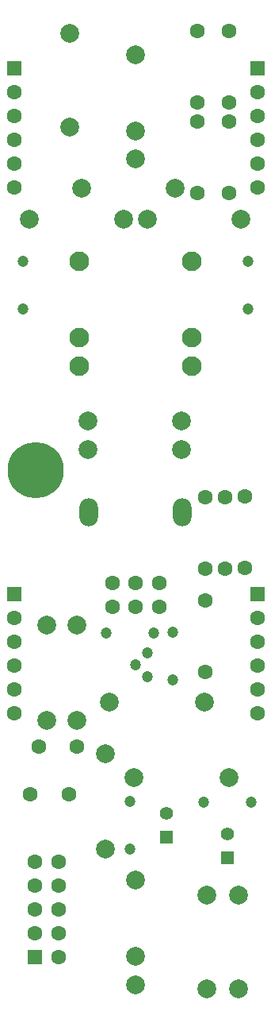
<source format=gbs>
G04 #@! TF.GenerationSoftware,KiCad,Pcbnew,(2016-12-20 revision 2972f6f)-master*
G04 #@! TF.CreationDate,2020-07-05T08:57:13+03:00*
G04 #@! TF.ProjectId,DIYOUT4C,4449594F555434432E6B696361645F70,rev?*
G04 #@! TF.FileFunction,Soldermask,Bot*
G04 #@! TF.FilePolarity,Negative*
%FSLAX46Y46*%
G04 Gerber Fmt 4.6, Leading zero omitted, Abs format (unit mm)*
G04 Created by KiCad (PCBNEW (2016-12-20 revision 2972f6f)-master) date Sun Jul  5 08:57:13 2020*
%MOMM*%
%LPD*%
G01*
G04 APERTURE LIST*
%ADD10C,0.100000*%
%ADD11C,1.600000*%
%ADD12R,1.600000X1.600000*%
%ADD13C,1.200000*%
%ADD14R,1.400000X1.400000*%
%ADD15C,1.400000*%
%ADD16C,2.000000*%
%ADD17C,2.100000*%
%ADD18O,2.000000X3.000000*%
%ADD19C,6.000000*%
G04 APERTURE END LIST*
D10*
D11*
X27500000Y87650000D03*
X27500000Y90190000D03*
X27500000Y92730000D03*
X27500000Y95270000D03*
D12*
X27500000Y100350000D03*
D11*
X27500000Y97810000D03*
X21897000Y47050000D03*
X21897000Y54670000D03*
D13*
X18500000Y35160000D03*
X18500000Y40240000D03*
X2466000Y79816000D03*
X2466000Y74736000D03*
X26469000Y79816000D03*
X26469000Y74736000D03*
X13900000Y17160000D03*
X13900000Y22240000D03*
X26840000Y22100000D03*
X21760000Y22100000D03*
D14*
X17800000Y18450000D03*
D15*
X17800000Y20950000D03*
D14*
X24300000Y16250000D03*
D15*
X24300000Y18750000D03*
D13*
X11360000Y40200000D03*
X16440000Y40200000D03*
X14465000Y36800000D03*
X15735000Y38070000D03*
X15735000Y35530000D03*
D16*
X11300000Y27280000D03*
X11300000Y17120000D03*
X14320000Y24800000D03*
X24480000Y24800000D03*
D11*
X21100000Y104310000D03*
X21100000Y96690000D03*
X21100000Y87090000D03*
X21100000Y94710000D03*
X24056000Y47050000D03*
X24056000Y54670000D03*
X24500000Y96690000D03*
X24500000Y104310000D03*
X24500000Y94710000D03*
X24500000Y87090000D03*
X21897000Y36001000D03*
X21897000Y43621000D03*
X26200000Y54710000D03*
X26200000Y47090000D03*
D12*
X3730000Y5620000D03*
D11*
X6270000Y5620000D03*
X3730000Y8160000D03*
X6270000Y8160000D03*
X3730000Y10700000D03*
X6270000Y10700000D03*
X3730000Y13240000D03*
X6270000Y13240000D03*
X3730000Y15780000D03*
X6270000Y15780000D03*
D17*
X8500000Y71698000D03*
X8500000Y79826000D03*
X8500000Y68650000D03*
X20500000Y71698000D03*
X20500000Y79826000D03*
X20500000Y68650000D03*
D11*
X3250000Y22950000D03*
X4150000Y28050000D03*
X7350000Y22950000D03*
X8250000Y28050000D03*
D16*
X5000000Y30820000D03*
X5000000Y40980000D03*
X8200000Y40980000D03*
X8200000Y30820000D03*
X21880000Y32800000D03*
X11720000Y32800000D03*
D11*
X1500000Y87650000D03*
X1500000Y90190000D03*
X1500000Y92730000D03*
X1500000Y95270000D03*
D12*
X1500000Y100350000D03*
D11*
X1500000Y97810000D03*
X1500000Y31650000D03*
X1500000Y34190000D03*
X1500000Y36730000D03*
X1500000Y39270000D03*
D12*
X1500000Y44350000D03*
D11*
X1500000Y41810000D03*
X27500000Y31650000D03*
X27500000Y34190000D03*
X27500000Y36730000D03*
X27500000Y39270000D03*
D12*
X27500000Y44350000D03*
D11*
X27500000Y41810000D03*
D18*
X19500000Y53000000D03*
X9500000Y53000000D03*
D11*
X17000000Y45500000D03*
X14500000Y45500000D03*
X12000000Y45500000D03*
X12000000Y43000000D03*
X14500000Y43000000D03*
X17000000Y43000000D03*
D19*
X3800000Y57500000D03*
D16*
X3181000Y84261000D03*
X13181000Y84261000D03*
X15754000Y84261000D03*
X25754000Y84261000D03*
X19400000Y59700000D03*
X9400000Y59700000D03*
X9400000Y62800000D03*
X19400000Y62800000D03*
X7500000Y94100000D03*
X7500000Y104100000D03*
X18700000Y87600000D03*
X8700000Y87600000D03*
X22100000Y12200000D03*
X22100000Y2200000D03*
X25500000Y2200000D03*
X25500000Y12200000D03*
X14500000Y90700000D03*
X14500000Y101800000D03*
X14500000Y93700000D03*
X14500000Y5700000D03*
X14500000Y13800000D03*
X14500000Y2700000D03*
M02*

</source>
